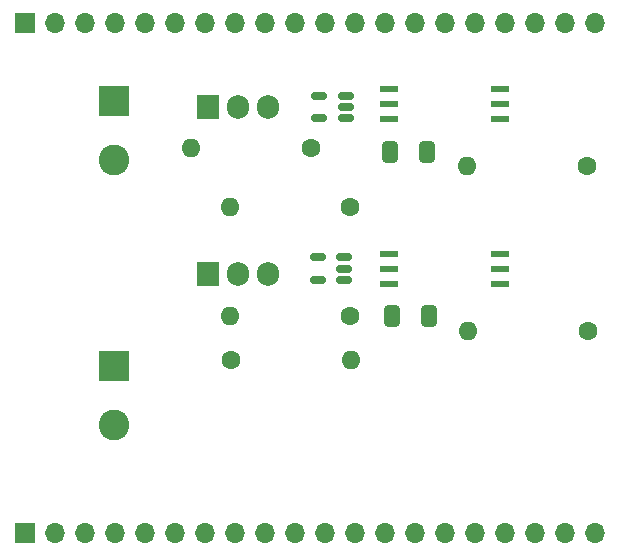
<source format=gbr>
%TF.GenerationSoftware,KiCad,Pcbnew,8.0.8*%
%TF.CreationDate,2025-04-18T11:11:17-04:00*%
%TF.ProjectId,PWM Module 3.0B,50574d20-4d6f-4647-956c-6520332e3042,rev?*%
%TF.SameCoordinates,Original*%
%TF.FileFunction,Soldermask,Top*%
%TF.FilePolarity,Negative*%
%FSLAX46Y46*%
G04 Gerber Fmt 4.6, Leading zero omitted, Abs format (unit mm)*
G04 Created by KiCad (PCBNEW 8.0.8) date 2025-04-18 11:11:17*
%MOMM*%
%LPD*%
G01*
G04 APERTURE LIST*
G04 Aperture macros list*
%AMRoundRect*
0 Rectangle with rounded corners*
0 $1 Rounding radius*
0 $2 $3 $4 $5 $6 $7 $8 $9 X,Y pos of 4 corners*
0 Add a 4 corners polygon primitive as box body*
4,1,4,$2,$3,$4,$5,$6,$7,$8,$9,$2,$3,0*
0 Add four circle primitives for the rounded corners*
1,1,$1+$1,$2,$3*
1,1,$1+$1,$4,$5*
1,1,$1+$1,$6,$7*
1,1,$1+$1,$8,$9*
0 Add four rect primitives between the rounded corners*
20,1,$1+$1,$2,$3,$4,$5,0*
20,1,$1+$1,$4,$5,$6,$7,0*
20,1,$1+$1,$6,$7,$8,$9,0*
20,1,$1+$1,$8,$9,$2,$3,0*%
G04 Aperture macros list end*
%ADD10R,1.524000X0.533400*%
%ADD11RoundRect,0.150000X0.512500X0.150000X-0.512500X0.150000X-0.512500X-0.150000X0.512500X-0.150000X0*%
%ADD12R,1.700000X1.700000*%
%ADD13O,1.700000X1.700000*%
%ADD14R,1.905000X2.000000*%
%ADD15O,1.905000X2.000000*%
%ADD16C,1.600000*%
%ADD17O,1.600000X1.600000*%
%ADD18R,2.600000X2.600000*%
%ADD19C,2.600000*%
%ADD20RoundRect,0.250000X0.412500X0.650000X-0.412500X0.650000X-0.412500X-0.650000X0.412500X-0.650000X0*%
G04 APERTURE END LIST*
D10*
%TO.C,U1*%
X192659000Y-33595000D03*
X192659000Y-32325000D03*
X192659000Y-31055000D03*
X183261000Y-31055000D03*
X183261000Y-32325000D03*
X183261000Y-33595000D03*
%TD*%
D11*
%TO.C,U4*%
X179500000Y-47170000D03*
X179500000Y-46220000D03*
X179500000Y-45270000D03*
X177225000Y-45270000D03*
X177225000Y-47170000D03*
%TD*%
D12*
%TO.C,J1*%
X152440000Y-25400000D03*
D13*
X154980000Y-25400000D03*
X157520000Y-25400000D03*
X160060000Y-25400000D03*
X162600000Y-25400000D03*
X165140000Y-25400000D03*
X167680000Y-25400000D03*
X170220000Y-25400000D03*
X172760000Y-25400000D03*
X175300000Y-25400000D03*
X177840000Y-25400000D03*
X180380000Y-25400000D03*
X182920000Y-25400000D03*
X185460000Y-25400000D03*
X188000000Y-25400000D03*
X190540000Y-25400000D03*
X193080000Y-25400000D03*
X195620000Y-25400000D03*
X198160000Y-25400000D03*
X200700000Y-25400000D03*
%TD*%
D14*
%TO.C,U5*%
X167920000Y-32500000D03*
D15*
X170460000Y-32500000D03*
X173000000Y-32500000D03*
%TD*%
D16*
%TO.C,R2*%
X200160000Y-51500000D03*
D17*
X190000000Y-51500000D03*
%TD*%
D16*
%TO.C,R3*%
X180000000Y-41000000D03*
D17*
X169840000Y-41000000D03*
%TD*%
D18*
%TO.C,J4*%
X160000000Y-32000000D03*
D19*
X160000000Y-37000000D03*
%TD*%
D12*
%TO.C,J3*%
X152440000Y-68580000D03*
D13*
X154980000Y-68580000D03*
X157520000Y-68580000D03*
X160060000Y-68580000D03*
X162600000Y-68580000D03*
X165140000Y-68580000D03*
X167680000Y-68580000D03*
X170220000Y-68580000D03*
X172760000Y-68580000D03*
X175300000Y-68580000D03*
X177840000Y-68580000D03*
X180380000Y-68580000D03*
X182920000Y-68580000D03*
X185460000Y-68580000D03*
X188000000Y-68580000D03*
X190540000Y-68580000D03*
X193080000Y-68580000D03*
X195620000Y-68580000D03*
X198160000Y-68580000D03*
X200700000Y-68580000D03*
%TD*%
D11*
%TO.C,U3*%
X179597500Y-33505000D03*
X179597500Y-32555000D03*
X179597500Y-31605000D03*
X177322500Y-31605000D03*
X177322500Y-33505000D03*
%TD*%
D16*
%TO.C,R4*%
X169920000Y-54000000D03*
D17*
X180080000Y-54000000D03*
%TD*%
D14*
%TO.C,U6*%
X167960000Y-46715000D03*
D15*
X170500000Y-46715000D03*
X173040000Y-46715000D03*
%TD*%
D20*
%TO.C,C2*%
X186625000Y-50270000D03*
X183500000Y-50270000D03*
%TD*%
%TO.C,C1*%
X186522500Y-36325000D03*
X183397500Y-36325000D03*
%TD*%
D18*
%TO.C,J2*%
X160000000Y-54500000D03*
D19*
X160000000Y-59500000D03*
%TD*%
D10*
%TO.C,U2*%
X192699000Y-47540000D03*
X192699000Y-46270000D03*
X192699000Y-45000000D03*
X183301000Y-45000000D03*
X183301000Y-46270000D03*
X183301000Y-47540000D03*
%TD*%
D16*
%TO.C,R6*%
X180000000Y-50270000D03*
D17*
X169840000Y-50270000D03*
%TD*%
D16*
%TO.C,R1*%
X200080000Y-37500000D03*
D17*
X189920000Y-37500000D03*
%TD*%
D16*
%TO.C,R5*%
X176660000Y-36000000D03*
D17*
X166500000Y-36000000D03*
%TD*%
M02*

</source>
